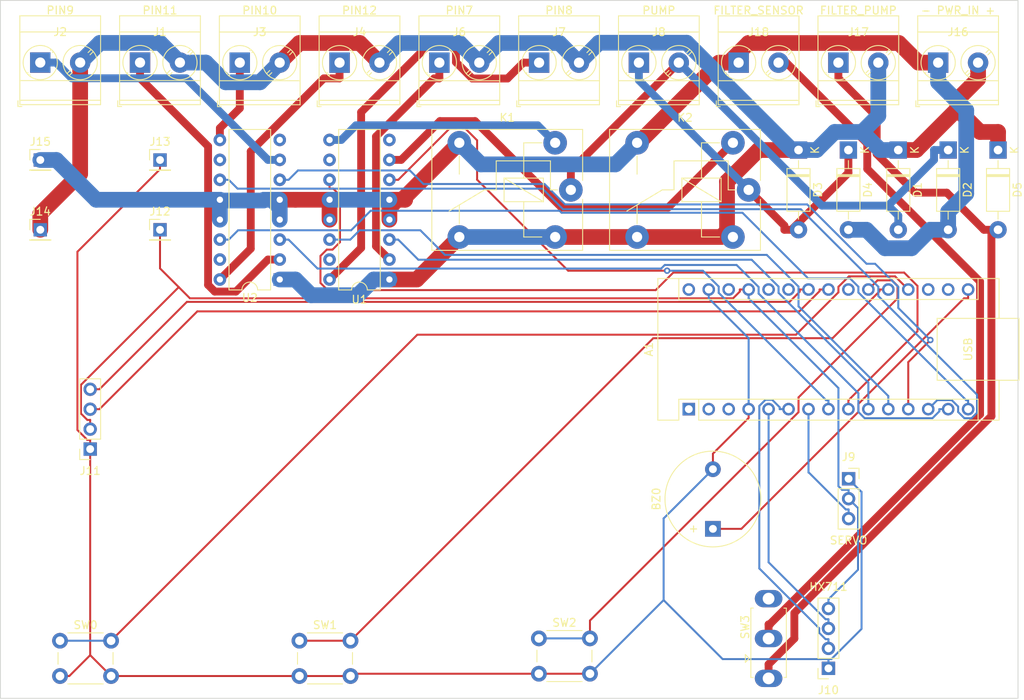
<source format=kicad_pcb>
(kicad_pcb (version 20211014) (generator pcbnew)
  (layers (0 "F.Cu" signal) (31 "B.Cu" signal) (34 "B.Paste" user) (35 "F.Paste" user) (36 "B.SilkS" user "B.Silkscreen") (37 "F.SilkS" user "F.Silkscreen") (38 "B.Mask" user) (39 "F.Mask" user) (44 "Edge.Cuts" user))
  (net 0 "")
  (net 4 "Net-(A1-Pad5)")
  (net 5 "Net-(A1-Pad6)")
  (net 6 "Net-(A1-Pad7)")
  (net 9 "Net-(A1-Pad16)")
  (net 10 "Net-(A1-Pad19)")
  (net 11 "Net-(A1-Pad20)")
  (net 13 "Net-(A1-Pad21)")
  (net 14 "Net-(A1-Pad23)")
  (net 18 "Net-(A1-Pad15)")
  (net 20 "Net-(A1-Pad24)")
  (net 21 "Net-(A1-Pad14)")
  (net 22 "Net-(A1-Pad13)")
  (net 23 "Net-(A1-Pad12)")
  (net 24 "Net-(A1-Pad11)")
  (net 25 "Net-(A1-Pad9)")
  (net 26 "Net-(A1-Pad10)")
  (net 27 "Net-(A1-Pad8)")
  (net 28 "Net-(D1-Pad2)")
  (net 29 "Net-(J1-Pad1)")
  (net 30 "GND")
  (net 31 "Net-(J6-Pad1)")
  (net 32 "Net-(D3-Pad2)")
  (net 33 "Net-(J2-Pad1)")
  (net 34 "Net-(J4-Pad1)")
  (net 35 "Net-(J7-Pad1)")
  (net 36 "Net-(K1-PadA1)")
  (net 37 "Net-(J3-Pad1)")
  (net 38 "+5V")
  (net 39 "GNDPWR")
  (net 40 "Net-(K2-PadA1)")
  (net 41 "Net-(D5-Pad2)")
  (net 42 "Net-(J18-Pad2)")
  (net 44 "+12V")
  (footprint "TerminalBlock_Phoenix:TerminalBlock_Phoenix_MKDS-3-2-5.08_1x02_P5.08mm_Horizontal" (layer "F.Cu") (at 161.285 44.76)
    (fp_text reference "J16")
    (fp_text value "- PWR_IN +")
  )
  (footprint "Connector_PinSocket_2.54mm:PinSocket_1x04_P2.54mm_Vertical" (layer "F.Cu") (at 147.32 121.92 180)
    (fp_text reference "J10")
    (fp_text value "HX711")
  )
  (footprint "TerminalBlock_Phoenix:TerminalBlock_Phoenix_MKDS-3-2-5.08_1x02_P5.08mm_Horizontal" (layer "F.Cu") (at 59.685 44.75)
    (fp_text reference "J1")
    (fp_text value "PIN11")
  )
  (footprint "TerminalBlock_Phoenix:TerminalBlock_Phoenix_MKDS-3-2-5.08_1x02_P5.08mm_Horizontal" (layer "F.Cu") (at 85.085 44.76)
    (fp_text reference "J4")
    (fp_text value "PIN12")
  )
  (footprint "TerminalBlock_Phoenix:TerminalBlock_Phoenix_MKDS-3-2-5.08_1x02_P5.08mm_Horizontal" (layer "F.Cu") (at 46.985 44.75)
    (fp_text reference "J2")
    (fp_text value "PIN9")
  )
  (footprint "Button_Switch_THT:SW_Slide_1P2T_CK_OS102011MS2Q" (layer "F.Cu") (at 139.7 120.66 90)
    (fp_text reference "SW3")
    (fp_text value "SW_SPDT")
  )
  (footprint "Diode_THT:D_DO-41_SOD81_P10.16mm_Horizontal" (layer "F.Cu") (at 168.91 55.89 -90)
    (fp_text reference "D5")
    (fp_text value "1N4004")
  )
  (footprint "Diode_THT:D_DO-41_SOD81_P10.16mm_Horizontal" (layer "F.Cu") (at 149.86 55.89 -90)
    (fp_text reference "D4")
    (fp_text value "1N4004")
  )
  (footprint "TerminalBlock_Phoenix:TerminalBlock_Phoenix_MKDS-3-2-5.08_1x02_P5.08mm_Horizontal" (layer "F.Cu") (at 97.79 44.76)
    (fp_text reference "J6")
    (fp_text value "PIN7")
  )
  (footprint "Relay_THT:Relay_SPDT_Finder_36.11" (layer "F.Cu") (at 114.53 60.97 180)
    (fp_text reference "K1")
    (fp_text value "FINDER-36.11")
  )
  (footprint "Connector_PinSocket_2.54mm:PinSocket_1x03_P2.54mm_Vertical" (layer "F.Cu") (at 149.885 97.76755)
    (fp_text reference "J9")
    (fp_text value "SERVO")
  )
  (footprint "Connector_PinHeader_2.54mm:PinHeader_1x01_P2.54mm_Vertical" (layer "F.Cu") (at 46.99 66.05)
    (fp_text reference "J14")
    (fp_text value "IN+")
  )
  (footprint "Buzzer_Beeper:Buzzer_12x9.5RM7.6" (layer "F.Cu") (at 132.6128 104.15 90)
    (fp_text reference "BZ0")
    (fp_text value "Buzzer")
  )
  (footprint "Diode_THT:D_DO-41_SOD81_P10.16mm_Horizontal" (layer "F.Cu") (at 143.51 55.89 -90)
    (fp_text reference "D3")
    (fp_text value "1N4004")
  )
  (footprint "Package_DIP:DIP-16_W7.62mm" (layer "F.Cu") (at 77.47 72.385 180)
    (fp_text reference "U2")
    (fp_text value "TD62064APG")
  )
  (footprint "Button_Switch_THT:SW_PUSH_6mm" (layer "F.Cu") (at 49.5 118.4)
    (fp_text reference "SW0")
    (fp_text value "PIN_A0")
  )
  (footprint "Diode_THT:D_DO-41_SOD81_P10.16mm_Horizontal" (layer "F.Cu") (at 162.56 55.89 -90)
    (fp_text reference "D2")
    (fp_text value "1N4004")
  )
  (footprint "Connector_PinHeader_2.54mm:PinHeader_1x01_P2.54mm_Vertical" (layer "F.Cu") (at 46.99 57.16)
    (fp_text reference "J15")
    (fp_text value "IN-")
  )
  (footprint "Relay_THT:Relay_SPDT_Finder_36.11" (layer "F.Cu") (at 137.16 60.97 180)
    (fp_text reference "K2")
    (fp_text value "FINDER-36.11")
  )
  (footprint "TerminalBlock_Phoenix:TerminalBlock_Phoenix_MKDS-3-2-5.08_1x02_P5.08mm_Horizontal" (layer "F.Cu") (at 135.885 44.76)
    (fp_text reference "J18")
    (fp_text value "FILTER_SENSOR")
  )
  (footprint "Diode_THT:D_DO-41_SOD81_P10.16mm_Horizontal" (layer "F.Cu") (at 156.21 55.89 -90)
    (fp_text reference "D1")
    (fp_text value "1N4004")
  )
  (footprint "TerminalBlock_Phoenix:TerminalBlock_Phoenix_MKDS-3-2-5.08_1x02_P5.08mm_Horizontal" (layer "F.Cu") (at 110.485 44.76)
    (fp_text reference "J7")
    (fp_text value "PIN8")
  )
  (footprint "Connector_PinHeader_2.54mm:PinHeader_1x01_P2.54mm_Vertical" (layer "F.Cu") (at 62.23 57.16)
    (fp_text reference "J13")
    (fp_text value "OUT-")
  )
  (footprint "Button_Switch_THT:SW_PUSH_6mm" (layer "F.Cu") (at 110.46 118.105)
    (fp_text reference "SW2")
    (fp_text value "PIN_A2")
  )
  (footprint "Connector_PinHeader_2.54mm:PinHeader_1x01_P2.54mm_Vertical" (layer "F.Cu") (at 62.23 66.05)
    (fp_text reference "J12")
    (fp_text value "OUT+")
  )
  (footprint "Connector_PinSocket_2.54mm:PinSocket_1x04_P2.54mm_Vertical" (layer "F.Cu") (at 53.34 93.99 180)
    (fp_text reference "J11")
    (fp_text value "LCD")
  )
  (footprint "Package_DIP:DIP-16_W7.62mm" (layer "F.Cu") (at 91.43 72.385 180)
    (fp_text reference "U1")
    (fp_text value "TD62064APG")
  )
  (footprint "TerminalBlock_Phoenix:TerminalBlock_Phoenix_MKDS-3-2-5.08_1x02_P5.08mm_Horizontal" (layer "F.Cu") (at 123.19 44.76)
    (fp_text reference "J8")
    (fp_text value "PUMP")
  )
  (footprint "TerminalBlock_Phoenix:TerminalBlock_Phoenix_MKDS-3-2-5.08_1x02_P5.08mm_Horizontal" (layer "F.Cu") (at 72.385 44.76)
    (fp_text reference "J3")
    (fp_text value "PIN10")
  )
  (footprint "Module:Arduino_Nano" (layer "F.Cu") (at 129.54 88.9 90)
    (fp_text reference "A1")
    (fp_text value "Arduino_Nano_v3.x")
  )
  (footprint "Button_Switch_THT:SW_PUSH_6mm" (layer "F.Cu") (at 79.98 118.4)
    (fp_text reference "SW1")
    (fp_text value "PIN_A1")
  )
  (footprint "TerminalBlock_Phoenix:TerminalBlock_Phoenix_MKDS-3-2-5.08_1x02_P5.08mm_Horizontal" (layer "F.Cu") (at 148.585 44.76)
    (fp_text reference "J17")
    (fp_text value "FILTER_PUMP")
  )
  (gr_rect (start 41.91 36.83) (end 171.45 125.74) (layer "Edge.Cuts") (width 0.1) (fill none))
  (segment (start 147.32 116.84) (end 147.32 115.6649) (width 0.25) (layer "B.Cu") (net 4))
  (segment (start 146.9547 115.6649) (end 147.32 115.6649) (width 0.25) (layer "B.Cu") (net 4))
  (segment (start 139.7 88.9) (end 139.7 108.4102) (width 0.25) (layer "B.Cu") (net 4))
  (segment (start 139.7 108.4102) (end 146.9547 115.6649) (width 0.25) (layer "B.Cu") (net 4))
  (segment (start 140.1505 87.7025) (end 141.1149 88.6669) (width 0.25) (layer "B.Cu") (net 5))
  (segment (start 142.24 88.9) (end 141.1149 88.9) (width 0.25) (layer "B.Cu") (net 5))
  (segment (start 146.1449 116.8195) (end 138.5186 109.1932) (width 0.25) (layer "B.Cu") (net 5))
  (segment (start 141.1149 88.6669) (end 141.1149 88.9) (width 0.25) (layer "B.Cu") (net 5))
  (segment (start 147.32 118.2049) (end 146.9527 118.2049) (width 0.25) (layer "B.Cu") (net 5))
  (segment (start 147.32 119.38) (end 147.32 118.2049) (width 0.25) (layer "B.Cu") (net 5))
  (segment (start 146.9527 118.2049) (end 146.1449 117.3971) (width 0.25) (layer "B.Cu") (net 5))
  (segment (start 138.5186 88.4897) (end 139.3058 87.7025) (width 0.25) (layer "B.Cu") (net 5))
  (segment (start 138.5186 109.1932) (end 138.5186 88.4897) (width 0.25) (layer "B.Cu") (net 5))
  (segment (start 139.3058 87.7025) (end 140.1505 87.7025) (width 0.25) (layer "B.Cu") (net 5))
  (segment (start 146.1449 117.3971) (end 146.1449 116.8195) (width 0.25) (layer "B.Cu") (net 5))
  (segment (start 144.78 96.9802) (end 144.78 88.9) (width 0.25) (layer "B.Cu") (net 6))
  (segment (start 149.5197 101.67245) (end 144.78 96.93275) (width 0.25) (layer "B.Cu") (net 6))
  (segment (start 149.885 101.67245) (end 149.5197 101.67245) (width 0.25) (layer "B.Cu") (net 6))
  (segment (start 149.885 102.84755) (end 149.885 101.67245) (width 0.25) (layer "B.Cu") (net 6))
  (segment (start 165.1 73.66) (end 165.1 74.7851) (width 0.25) (layer "F.Cu") (net 9))
  (segment (start 164.5767 74.7851) (end 151.13 88.2318) (width 0.25) (layer "F.Cu") (net 9))
  (segment (start 151.13 88.2318) (end 151.13 89.2491) (width 0.25) (layer "F.Cu") (net 9))
  (segment (start 136.2291 104.15) (end 132.6128 104.15) (width 0.25) (layer "F.Cu") (net 9))
  (segment (start 151.13 89.2491) (end 136.2291 104.15) (width 0.25) (layer "F.Cu") (net 9))
  (segment (start 165.1 74.7851) (end 164.5767 74.7851) (width 0.25) (layer "F.Cu") (net 9))
  (segment (start 149.9177 71.987) (end 155.807 71.987) (width 0.25) (layer "F.Cu") (net 10))
  (segment (start 155.807 71.987) (end 157.48 73.66) (width 0.25) (layer "F.Cu") (net 10))
  (segment (start 148.59 74.0162) (end 148.59 73.3147) (width 0.25) (layer "F.Cu") (net 10))
  (segment (start 143.1912 79.415) (end 148.59 74.0162) (width 0.25) (layer "F.Cu") (net 10))
  (segment (start 94.985 79.415) (end 143.1912 79.415) (width 0.25) (layer "F.Cu") (net 10))
  (segment (start 56 118.4) (end 94.985 79.415) (width 0.25) (layer "F.Cu") (net 10))
  (segment (start 148.59 73.3147) (end 149.9177 71.987) (width 0.25) (layer "F.Cu") (net 10))
  (segment (start 56 118.4) (end 49.5 118.4) (width 0.25) (layer "B.Cu") (net 10))
  (segment (start 125.0148 79.8652) (end 147.8428 79.8652) (width 0.25) (layer "F.Cu") (net 11))
  (segment (start 153.8149 73.8931) (end 153.8149 73.66) (width 0.25) (layer "F.Cu") (net 11))
  (segment (start 86.48 118.4) (end 79.98 118.4) (width 0.25) (layer "F.Cu") (net 11))
  (segment (start 154.94 73.66) (end 153.8149 73.66) (width 0.25) (layer "F.Cu") (net 11))
  (segment (start 86.48 118.4) (end 125.0148 79.8652) (width 0.25) (layer "F.Cu") (net 11))
  (segment (start 147.8428 79.8652) (end 153.8149 73.8931) (width 0.25) (layer "F.Cu") (net 11))
  (segment (start 156.1117 74.8003) (end 143.51 87.402) (width 0.25) (layer "F.Cu") (net 13))
  (segment (start 153.5641 72.4959) (end 155.4235 72.4959) (width 0.25) (layer "F.Cu") (net 13))
  (segment (start 155.4235 72.4959) (end 156.1117 73.1841) (width 0.25) (layer "F.Cu") (net 13))
  (segment (start 156.1117 73.1841) (end 156.1117 74.8003) (width 0.25) (layer "F.Cu") (net 13))
  (segment (start 143.51 87.402) (end 143.51 89.2815) (width 0.25) (layer "F.Cu") (net 13))
  (segment (start 116.96 115.8315) (end 116.96 118.105) (width 0.25) (layer "F.Cu") (net 13))
  (segment (start 152.4 73.66) (end 153.5641 72.4959) (width 0.25) (layer "F.Cu") (net 13))
  (segment (start 143.51 89.2815) (end 116.96 115.8315) (width 0.25) (layer "F.Cu") (net 13))
  (segment (start 110.46 118.105) (end 116.96 118.105) (width 0.25) (layer "B.Cu") (net 13))
  (segment (start 143.6122 76.4472) (end 66.9779 76.4472) (width 0.25) (layer "F.Cu") (net 14))
  (segment (start 53.34 88.91) (end 54.5151 88.91) (width 0.25) (layer "F.Cu") (net 14))
  (segment (start 147.32 73.66) (end 146.1949 73.66) (width 0.25) (layer "F.Cu") (net 14))
  (segment (start 66.9779 76.4472) (end 54.5151 88.91) (width 0.25) (layer "F.Cu") (net 14))
  (segment (start 146.1949 73.66) (end 146.1949 73.8645) (width 0.25) (layer "F.Cu") (net 14))
  (segment (start 146.1949 73.8645) (end 143.6122 76.4472) (width 0.25) (layer "F.Cu") (net 14))
  (segment (start 151.13 73.303) (end 151.13 74.0381) (width 0.25) (layer "B.Cu") (net 18))
  (segment (start 151.13 74.0381) (end 164.8668 87.7749) (width 0.25) (layer "B.Cu") (net 18))
  (segment (start 69.85 67.305) (end 70.9751 67.305) (width 0.25) (layer "B.Cu") (net 18))
  (segment (start 164.8668 87.7749) (end 165.1 87.7749) (width 0.25) (layer "B.Cu") (net 18))
  (segment (start 113.3435 63.8808) (end 136.3726 63.8808) (width 0.25) (layer "B.Cu") (net 18))
  (segment (start 144.733 72.2412) (end 150.0682 72.2412) (width 0.25) (layer "B.Cu") (net 18))
  (segment (start 86.5576 66.1144) (end 89.0452 63.6268) (width 0.25) (layer "B.Cu") (net 18))
  (segment (start 72.1657 66.1144) (end 86.5576 66.1144) (width 0.25) (layer "B.Cu") (net 18))
  (segment (start 150.0682 72.2412) (end 151.13 73.303) (width 0.25) (layer "B.Cu") (net 18))
  (segment (start 70.9751 67.305) (end 72.1657 66.1144) (width 0.25) (layer "B.Cu") (net 18))
  (segment (start 113.0895 63.6268) (end 113.3435 63.8808) (width 0.25) (layer "B.Cu") (net 18))
  (segment (start 136.3726 63.8808) (end 144.733 72.2412) (width 0.25) (layer "B.Cu") (net 18))
  (segment (start 89.0452 63.6268) (end 113.0895 63.6268) (width 0.25) (layer "B.Cu") (net 18))
  (segment (start 165.1 88.9) (end 165.1 87.7749) (width 0.25) (layer "B.Cu") (net 18))
  (segment (start 144.78 73.66) (end 143.6549 73.66) (width 0.25) (layer "F.Cu") (net 20))
  (segment (start 142.3611 75.2352) (end 143.6549 73.9414) (width 0.25) (layer "F.Cu") (net 20))
  (segment (start 54.5151 86.37) (end 65.6499 75.2352) (width 0.25) (layer "F.Cu") (net 20))
  (segment (start 143.6549 73.9414) (end 143.6549 73.66) (width 0.25) (layer "F.Cu") (net 20))
  (segment (start 65.6499 75.2352) (end 142.3611 75.2352) (width 0.25) (layer "F.Cu") (net 20))
  (segment (start 53.34 86.37) (end 54.5151 86.37) (width 0.25) (layer "F.Cu") (net 20))
  (segment (start 126.4815 70.538) (end 126.028 70.9915) (width 0.25) (layer "B.Cu") (net 21))
  (segment (start 77.47 67.305) (end 78.5951 67.305) (width 0.25) (layer "B.Cu") (net 21))
  (segment (start 160.5591 90.0571) (end 151.9272 90.0571) (width 0.25) (layer "B.Cu") (net 21))
  (segment (start 161.4349 89.1813) (end 160.5591 90.0571) (width 0.25) (layer "B.Cu") (net 21))
  (segment (start 151.13 86.8766) (end 138.43 74.1766) (width 0.25) (layer "B.Cu") (net 21))
  (segment (start 151.13 89.2599) (end 151.13 86.8766) (width 0.25) (layer "B.Cu") (net 21))
  (segment (start 126.028 70.9915) (end 82.2816 70.9915) (width 0.25) (layer "B.Cu") (net 21))
  (segment (start 138.43 73.3361) (end 135.6319 70.538) (width 0.25) (layer "B.Cu") (net 21))
  (segment (start 151.9272 90.0571) (end 151.13 89.2599) (width 0.25) (layer "B.Cu") (net 21))
  (segment (start 82.2816 70.9915) (end 78.5951 67.305) (width 0.25) (layer "B.Cu") (net 21))
  (segment (start 162.56 88.9) (end 161.4349 88.9) (width 0.25) (layer "B.Cu") (net 21))
  (segment (start 138.43 74.1766) (end 138.43 73.3361) (width 0.25) (layer "B.Cu") (net 21))
  (segment (start 161.4349 88.9) (end 161.4349 89.1813) (width 0.25) (layer "B.Cu") (net 21))
  (segment (start 135.6319 70.538) (end 126.4815 70.538) (width 0.25) (layer "B.Cu") (net 21))
  (segment (start 163.83 88.5618) (end 163.0201 87.7519) (width 0.25) (layer "B.Cu") (net 22))
  (segment (start 163.0201 87.7519) (end 161.1681 87.7519) (width 0.25) (layer "B.Cu") (net 22))
  (segment (start 72.1002 60.8101) (end 110.9094 60.8101) (width 0.25) (layer "B.Cu") (net 22))
  (segment (start 153.67 74.4959) (end 166.2322 87.0581) (width 0.25) (layer "B.Cu") (net 22))
  (segment (start 166.2322 87.0581) (end 166.2322 89.3592) (width 0.25) (layer "B.Cu") (net 22))
  (segment (start 69.85 59.685) (end 70.9751 59.685) (width 0.25) (layer "B.Cu") (net 22))
  (segment (start 113.5299 63.4306) (end 143.7968 63.4306) (width 0.25) (layer "B.Cu") (net 22))
  (segment (start 70.9751 59.685) (end 72.1002 60.8101) (width 0.25) (layer "B.Cu") (net 22))
  (segment (start 143.7968 63.4306) (end 153.67 73.3038) (width 0.25) (layer "B.Cu") (net 22))
  (segment (start 165.5345 90.0569) (end 164.621 90.0569) (width 0.25) (layer "B.Cu") (net 22))
  (segment (start 166.2322 89.3592) (end 165.5345 90.0569) (width 0.25) (layer "B.Cu") (net 22))
  (segment (start 161.1681 87.7519) (end 160.02 88.9) (width 0.25) (layer "B.Cu") (net 22))
  (segment (start 164.621 90.0569) (end 163.83 89.2659) (width 0.25) (layer "B.Cu") (net 22))
  (segment (start 110.9094 60.8101) (end 113.5299 63.4306) (width 0.25) (layer "B.Cu") (net 22))
  (segment (start 163.83 89.2659) (end 163.83 88.5618) (width 0.25) (layer "B.Cu") (net 22))
  (segment (start 153.67 73.3038) (end 153.67 74.4959) (width 0.25) (layer "B.Cu") (net 22))
  (segment (start 157.48 82.9072) (end 160.2933 80.0939) (width 0.25) (layer "F.Cu") (net 23))
  (segment (start 157.48 88.9) (end 157.48 82.9072) (width 0.25) (layer "F.Cu") (net 23))
  (via (at 160.2933 80.0939) (size 0.8) (drill 0.4) (layers "F.Cu" "B.Cu") (net 23))
  (segment (start 152.1711 70.3775) (end 144.6152 62.8216) (width 0.25) (layer "B.Cu") (net 23))
  (segment (start 95.7584 60.223) (end 94.0298 58.4944) (width 0.25) (layer "B.Cu") (net 23))
  (segment (start 156.21 73.3348) (end 153.2527 70.3775) (width 0.25) (layer "B.Cu") (net 23))
  (segment (start 77.47 59.685) (end 78.5951 59.685) (width 0.25) (layer "B.Cu") (net 23))
  (segment (start 113.7827 62.8216) (end 111.1841 60.223) (width 0.25) (layer "B.Cu") (net 23))
  (segment (start 144.6152 62.8216) (end 113.7827 62.8216) (width 0.25) (layer "B.Cu") (net 23))
  (segment (start 111.1841 60.223) (end 95.7584 60.223) (width 0.25) (layer "B.Cu") (net 23))
  (segment (start 160.2933 80.0939) (end 156.21 76.0106) (width 0.25) (layer "B.Cu") (net 23))
  (segment (start 156.21 76.0106) (end 156.21 73.3348) (width 0.25) (layer "B.Cu") (net 23))
  (segment (start 79.7857 58.4944) (end 78.5951 59.685) (width 0.25) (layer "B.Cu") (net 23))
  (segment (start 94.0298 58.4944) (end 79.7857 58.4944) (width 0.25) (layer "B.Cu") (net 23))
  (segment (start 153.2527 70.3775) (end 152.1711 70.3775) (width 0.25) (layer "B.Cu") (net 23))
  (segment (start 143.51 73.2914) (end 143.51 75.8044) (width 0.25) (layer "B.Cu") (net 24))
  (segment (start 83.81 67.305) (end 84.9351 67.305) (width 0.25) (layer "B.Cu") (net 24))
  (segment (start 98.5048 69.2509) (end 139.4695 69.2509) (width 0.25) (layer "B.Cu") (net 24))
  (segment (start 86.4532 67.305) (end 87.6438 66.1144) (width 0.25) (layer "B.Cu") (net 24))
  (segment (start 154.94 87.2344) (end 154.94 88.9) (width 0.25) (layer "B.Cu") (net 24))
  (segment (start 139.4695 69.2509) (end 143.51 73.2914) (width 0.25) (layer "B.Cu") (net 24))
  (segment (start 84.9351 67.305) (end 86.4532 67.305) (width 0.25) (layer "B.Cu") (net 24))
  (segment (start 95.3683 66.1144) (end 98.5048 69.2509) (width 0.25) (layer "B.Cu") (net 24))
  (segment (start 143.51 75.8044) (end 154.94 87.2344) (width 0.25) (layer "B.Cu") (net 24))
  (segment (start 87.6438 66.1144) (end 95.3683 66.1144) (width 0.25) (layer "B.Cu") (net 24))
  (segment (start 83.4589 68.575) (end 84.1924 68.575) (width 0.25) (layer "F.Cu") (net 25))
  (segment (start 84.2763 60.8101) (end 83.81 60.8101) (width 0.25) (layer "F.Cu") (net 25))
  (segment (start 83.81 59.685) (end 83.81 60.8101) (width 0.25) (layer "F.Cu") (net 25))
  (segment (start 149.86 88.9) (end 149.86 87.7749) (width 0.25) (layer "F.Cu") (net 25))
  (segment (start 82.6537 69.3802) (end 83.4589 68.575) (width 0.25) (layer "F.Cu") (net 25))
  (segment (start 85.1426 61.6764) (end 84.2763 60.8101) (width 0.25) (layer "F.Cu") (net 25))
  (segment (start 125.3328 73.7374) (end 83.5664 73.7374) (width 0.25) (layer "F.Cu") (net 25))
  (segment (start 158.6549 73.2047) (end 156.9529 71.5027) (width 0.25) (layer "F.Cu") (net 25))
  (segment (start 82.6537 72.8247) (end 82.6537 69.3802) (width 0.25) (layer "F.Cu") (net 25))
  (segment (start 149.86 87.7749) (end 158.6549 78.98) (width 0.25) (layer "F.Cu") (net 25))
  (segment (start 127.5675 71.5027) (end 125.3328 73.7374) (width 0.25) (layer "F.Cu") (net 25))
  (segment (start 158.6549 78.98) (end 158.6549 73.2047) (width 0.25) (layer "F.Cu") (net 25))
  (segment (start 85.1426 67.6248) (end 85.1426 61.6764) (width 0.25) (layer "F.Cu") (net 25))
  (segment (start 83.5664 73.7374) (end 82.6537 72.8247) (width 0.25) (layer "F.Cu") (net 25))
  (segment (start 84.1924 68.575) (end 85.1426 67.6248) (width 0.25) (layer "F.Cu") (net 25))
  (segment (start 156.9529 71.5027) (end 127.5675 71.5027) (width 0.25) (layer "F.Cu") (net 25))
  (segment (start 95.113 69.8629) (end 92.5551 67.305) (width 0.25) (layer "B.Cu") (net 26))
  (segment (start 152.4 85.5162) (end 140.97 74.0862) (width 0.25) (layer "B.Cu") (net 26))
  (segment (start 140.97 74.0862) (end 140.97 73.2913) (width 0.25) (layer "B.Cu") (net 26))
  (segment (start 152.4 88.9) (end 152.4 85.5162) (width 0.25) (layer "B.Cu") (net 26))
  (segment (start 137.5416 69.8629) (end 95.113 69.8629) (width 0.25) (layer "B.Cu") (net 26))
  (segment (start 91.43 67.305) (end 92.5551 67.305) (width 0.25) (layer "B.Cu") (net 26))
  (segment (start 140.97 73.2913) (end 137.5416 69.8629) (width 0.25) (layer "B.Cu") (net 26))
  (segment (start 91.43 59.685) (end 92.5551 59.685) (width 0.25) (layer "F.Cu") (net 27))
  (segment (start 102.5951 59.6725) (end 102.5951 54.6537) (width 0.25) (layer "F.Cu") (net 27))
  (segment (start 126.7817 71.2631) (end 114.1857 71.2631) (width 0.25) (layer "F.Cu") (net 27))
  (segment (start 99.176 53.0641) (end 92.5551 59.685) (width 0.25) (layer "F.Cu") (net 27))
  (segment (start 102.5951 54.6537) (end 101.0055 53.0641) (width 0.25) (layer "F.Cu") (net 27))
  (segment (start 114.1857 71.2631) (end 102.5951 59.6725) (width 0.25) (layer "F.Cu") (net 27))
  (segment (start 101.0055 53.0641) (end 99.176 53.0641) (width 0.25) (layer "F.Cu") (net 27))
  (via (at 126.7817 71.2631) (size 0.8) (drill 0.4) (layers "F.Cu" "B.Cu") (net 27))
  (segment (start 147.0387 87.7749) (end 133.35 74.0862) (width 0.25) (layer "B.Cu") (net 27))
  (segment (start 133.35 74.0862) (end 133.35 73.2833) (width 0.25) (layer "B.Cu") (net 27))
  (segment (start 133.35 73.2833) (end 131.3298 71.2631) (width 0.25) (layer "B.Cu") (net 27))
  (segment (start 147.32 87.7749) (end 147.0387 87.7749) (width 0.25) (layer "B.Cu") (net 27))
  (segment (start 147.32 88.9) (end 147.32 87.7749) (width 0.25) (layer "B.Cu") (net 27))
  (segment (start 131.3298 71.2631) (end 126.7817 71.2631) (width 0.25) (layer "B.Cu") (net 27))
  (segment (start 114.53 58.5) (end 114.53 60.97) (width 1) (layer "F.Cu") (net 28))
  (segment (start 128.27 44.76) (end 114.53 58.5) (width 1) (layer "F.Cu") (net 28))
  (segment (start 128.27 44.76) (end 146.4828 62.9728) (width 1) (layer "B.Cu") (net 28))
  (segment (start 154.9328 62.9728) (end 154.9329 62.9727) (width 1) (layer "B.Cu") (net 28))
  (segment (start 154.9329 62.9727) (end 160.7599 57.1457) (width 1) (layer "B.Cu") (net 28))
  (segment (start 156.21 66.05) (end 156.21 64.2499) (width 1) (layer "B.Cu") (net 28))
  (segment (start 162.56 55.89) (end 160.7599 55.89) (width 1) (layer "B.Cu") (net 28))
  (segment (start 160.7599 57.1457) (end 160.7599 55.89) (width 1) (layer "B.Cu") (net 28))
  (segment (start 154.9329 62.9727) (end 156.21 64.2499) (width 1) (layer "B.Cu") (net 28))
  (segment (start 146.4828 62.9728) (end 154.9328 62.9728) (width 1) (layer "B.Cu") (net 28))
  (segment (start 68.3498 55.4149) (end 59.685 46.7501) (width 1) (layer "F.Cu") (net 29))
  (segment (start 69.1979 73.9225) (end 68.3498 73.0744) (width 1) (layer "F.Cu") (net 29))
  (segment (start 68.3498 73.0744) (end 68.3498 55.4149) (width 1) (layer "F.Cu") (net 29))
  (segment (start 59.685 44.75) (end 59.685 46.7501) (width 1) (layer "F.Cu") (net 29))
  (segment (start 71.8924 73.9225) (end 69.1979 73.9225) (width 1) (layer "F.Cu") (net 29))
  (segment (start 77.47 69.845) (end 75.9699 69.845) (width 1) (layer "F.Cu") (net 29))
  (segment (start 75.9699 69.845) (end 71.8924 73.9225) (width 1) (layer "F.Cu") (net 29))
  (segment (start 51.7148 91.557) (end 52.9727 92.8149) (width 0.25) (layer "F.Cu") (net 30))
  (segment (start 132.6128 96.55) (end 132.6128 94.5723) (width 0.25) (layer "F.Cu") (net 30))
  (segment (start 110.46 122.605) (end 86.775 122.605) (width 0.25) (layer "F.Cu") (net 30))
  (segment (start 49.5 122.9) (end 50.68 122.9) (width 0.25) (layer "F.Cu") (net 30))
  (segment (start 53.34 120.24) (end 56 122.9) (width 0.25) (layer "F.Cu") (net 30))
  (segment (start 53.34 93.99) (end 53.34 92.8149) (width 0.25) (layer "F.Cu") (net 30))
  (segment (start 86.48 122.9) (end 79.98 122.9) (width 0.25) (layer "F.Cu") (net 30))
  (segment (start 50.68 122.9) (end 53.34 120.24) (width 0.25) (layer "F.Cu") (net 30))
  (segment (start 79.98 122.9) (end 56 122.9) (width 0.25) (layer "F.Cu") (net 30))
  (segment (start 137.16 88.9) (end 137.16 90.0251) (width 0.25) (layer "F.Cu") (net 30))
  (segment (start 116.96 122.605) (end 110.46 122.605) (width 0.25) (layer "F.Cu") (net 30))
  (segment (start 62.23 58.3351) (end 51.7148 68.8503) (width 0.25) (layer "F.Cu") (net 30))
  (segment (start 52.9727 92.8149) (end 53.34 92.8149) (width 0.25) (layer "F.Cu") (net 30))
  (segment (start 53.34 93.99) (end 53.34 120.24) (width 0.25) (layer "F.Cu") (net 30))
  (segment (start 132.6128 94.5723) (end 137.16 90.0251) (width 0.25) (layer "F.Cu") (net 30))
  (segment (start 62.23 57.16) (end 62.23 58.3351) (width 0.25) (layer "F.Cu") (net 30))
  (segment (start 51.7148 68.8503) (end 51.7148 91.557) (width 0.25) (layer "F.Cu") (net 30))
  (segment (start 86.775 122.605) (end 86.48 122.9) (width 0.25) (layer "F.Cu") (net 30))
  (segment (start 137.16 79.8651) (end 137.16 88.9) (width 0.25) (layer "B.Cu") (net 30))
  (segment (start 132.08 74.7851) (end 137.16 79.8651) (width 0.25) (layer "B.Cu") (net 30))
  (segment (start 126.338 102.8248) (end 132.6128 96.55) (width 0.25) (layer "B.Cu") (net 30))
  (segment (start 151.5339 99.4639) (end 149.885 97.815) (width 0.25) (layer "B.Cu") (net 30))
  (segment (start 133.8559 120.7449) (end 147.32 120.7449) (width 0.25) (layer "B.Cu") (net 30))
  (segment (start 126.338 113.227) (end 126.338 102.8248) (width 0.25) (layer "B.Cu") (net 30))
  (segment (start 116.96 122.605) (end 126.338 113.227) (width 0.25) (layer "B.Cu") (net 30))
  (segment (start 151.5339 116.85075) (end 151.5339 99.41645) (width 0.25) (layer "B.Cu") (net 30))
  (segment (start 147.32 120.7449) (end 147.6872 120.7449) (width 0.25) (layer "B.Cu") (net 30))
  (segment (start 147.6872 120.7449) (end 151.5339 116.8982) (width 0.25) (layer "B.Cu") (net 30))
  (segment (start 147.32 121.92) (end 147.32 120.7449) (width 0.25) (layer "B.Cu") (net 30))
  (segment (start 126.338 113.227) (end 133.8559 120.7449) (width 0.25) (layer "B.Cu") (net 30))
  (segment (start 132.08 73.66) (end 132.08 74.7851) (width 0.25) (layer "B.Cu") (net 30))
  (segment (start 97.1337 46.7601) (end 97.79 46.7601) (width 1) (layer "F.Cu") (net 31))
  (segment (start 91.43 69.845) (end 89.7271 68.1421) (width 1) (layer "F.Cu") (net 31))
  (segment (start 89.7271 68.1421) (end 89.7271 54.1667) (width 1) (layer "F.Cu") (net 31))
  (segment (start 89.7271 54.1667) (end 97.1337 46.7601) (width 1) (layer "F.Cu") (net 31))
  (segment (start 97.79 44.76) (end 97.79 46.7601) (width 1) (layer "F.Cu") (net 31))
  (segment (start 143.51 66.05) (end 142.61 66.05) (width 1) (layer "F.Cu") (net 32))
  (segment (start 142.61 66.05) (end 149.86 58.8) (width 1) (layer "F.Cu") (net 32))
  (segment (start 141.7099 65.5199) (end 141.7099 66.05) (width 1) (layer "F.Cu") (net 32))
  (segment (start 142.61 66.05) (end 141.7099 66.05) (width 1) (layer "F.Cu") (net 32))
  (segment (start 149.86 58.8) (end 149.86 55.89) (width 1) (layer "F.Cu") (net 32))
  (segment (start 137.16 60.97) (end 141.7099 65.5199) (width 1) (layer "F.Cu") (net 32))
  (segment (start 123.19 47) (end 137.16 60.97) (width 1) (layer "B.Cu") (net 32))
  (segment (start 123.19 44.76) (end 123.19 47) (width 1) (layer "B.Cu") (net 32))
  (segment (start 77.47 57.145) (end 75.9699 57.145) (width 1) (layer "B.Cu") (net 33))
  (segment (start 75.9699 57.145) (end 65.575 46.7501) (width 1) (layer "B.Cu") (net 33))
  (segment (start 46.985 44.75) (end 48.9851 44.75) (width 1) (layer "B.Cu") (net 33))
  (segment (start 65.575 46.7501) (end 50.9852 46.7501) (width 1) (layer "B.Cu") (net 33))
  (segment (start 50.9852 46.7501) (end 48.9851 44.75) (width 1) (layer "B.Cu") (net 33))
  (segment (start 73.7801 56.0649) (end 83.0849 46.7601) (width 1) (layer "F.Cu") (net 34))
  (segment (start 83.0849 46.7601) (end 85.085 46.7601) (width 1) (layer "F.Cu") (net 34))
  (segment (start 69.85 72.385) (end 73.7801 68.4549) (width 1) (layer "F.Cu") (net 34))
  (segment (start 73.7801 68.4549) (end 73.7801 56.0649) (width 1) (layer "F.Cu") (net 34))
  (segment (start 85.085 44.76) (end 85.085 46.7601) (width 1) (layer "F.Cu") (net 34))
  (segment (start 99.3947 42.7509) (end 96.1507 42.7509) (width 1) (layer "F.Cu") (net 35))
  (segment (start 99.9056 44.7038) (end 99.9056 43.2618) (width 1) (layer "F.Cu") (net 35))
  (segment (start 99.9056 43.2618) (end 99.3947 42.7509) (width 1) (layer "F.Cu") (net 35))
  (segment (start 106.4626 46.7823) (end 101.9841 46.7823) (width 1) (layer "F.Cu") (net 35))
  (segment (start 87.8322 68.3628) (end 83.81 72.385) (width 1) (layer "F.Cu") (net 35))
  (segment (start 110.485 44.76) (end 108.4849 44.76) (width 1) (layer "F.Cu") (net 35))
  (segment (start 96.1507 42.7509) (end 87.8322 51.0694) (width 1) (layer "F.Cu") (net 35))
  (segment (start 108.4849 44.76) (end 106.4626 46.7823) (width 1) (layer "F.Cu") (net 35))
  (segment (start 101.9841 46.7823) (end 99.9056 44.7038) (width 1) (layer "F.Cu") (net 35))
  (segment (start 87.8322 51.0694) (end 87.8322 68.3628) (width 1) (layer "F.Cu") (net 35))
  (segment (start 83.81 54.605) (end 85.3101 54.605) (width 1) (layer "B.Cu") (net 36))
  (segment (start 87.1733 52.7418) (end 110.3018 52.7418) (width 1) (layer "B.Cu") (net 36))
  (segment (start 85.3101 54.605) (end 87.1733 52.7418) (width 1) (layer "B.Cu") (net 36))
  (segment (start 110.3018 52.7418) (end 112.53 54.97) (width 1) (layer "B.Cu") (net 36))
  (segment (start 72.385 44.76) (end 72.385 50.5699) (width 1) (layer "F.Cu") (net 37))
  (segment (start 72.385 50.5699) (end 69.85 53.1049) (width 1) (layer "F.Cu") (net 37))
  (segment (start 69.85 54.605) (end 69.85 53.1049) (width 1) (layer "F.Cu") (net 37))
  (segment (start 52.9747 90.2749) (end 53.34 90.2749) (width 0.25) (layer "F.Cu") (net 38))
  (segment (start 52.1649 85.8064) (end 52.1649 89.4651) (width 0.25) (layer "F.Cu") (net 38))
  (segment (start 64.6151 73.3562) (end 62.23 70.9712) (width 0.25) (layer "F.Cu") (net 38))
  (segment (start 66.0439 74.7851) (end 64.6151 73.3562) (width 0.25) (layer "F.Cu") (net 38))
  (segment (start 136.0349 73.9236) (end 135.1734 74.7851) (width 0.25) (layer "F.Cu") (net 38))
  (segment (start 137.16 73.66) (end 136.0349 73.66) (width 0.25) (layer "F.Cu") (net 38))
  (segment (start 135.1734 74.7851) (end 66.0439 74.7851) (width 0.25) (layer "F.Cu") (net 38))
  (segment (start 52.1649 89.4651) (end 52.9747 90.2749) (width 0.25) (layer "F.Cu") (net 38))
  (segment (start 53.34 91.45) (end 53.34 90.2749) (width 0.25) (layer "F.Cu") (net 38))
  (segment (start 64.6151 73.3562) (end 52.1649 85.8064) (width 0.25) (layer "F.Cu") (net 38))
  (segment (start 62.23 70.9712) (end 62.23 66.05) (width 0.25) (layer "F.Cu") (net 38))
  (segment (start 136.0349 73.66) (end 136.0349 73.9236) (width 0.25) (layer "F.Cu") (net 38))
  (segment (start 137.16 73.66) (end 137.16 74.7851) (width 0.25) (layer "B.Cu") (net 38))
  (segment (start 151.0838 101.50635) (end 151.0838 109.31365) (width 0.25) (layer "B.Cu") (net 38))
  (segment (start 149.885 100.30755) (end 151.0838 101.50635) (width 0.25) (layer "B.Cu") (net 38))
  (segment (start 148.59 98.7159) (end 149.054 99.1799) (width 0.25) (layer "B.Cu") (net 38))
  (segment (start 137.16 74.7851) (end 148.59 86.2151) (width 0.25) (layer "B.Cu") (net 38))
  (segment (start 149.885 99.7674) (end 149.885 99.1799) (width 0.25) (layer "B.Cu") (net 38))
  (segment (start 147.32 114.3) (end 147.32 113.1249) (width 0.25) (layer "B.Cu") (net 38))
  (segment (start 149.885 99.7674) (end 149.885 100.355) (width 0.25) (layer "B.Cu") (net 38))
  (segment (start 149.054 99.1799) (end 149.885 99.1799) (width 0.25) (layer "B.Cu") (net 38))
  (segment (start 151.0838 109.3611) (end 147.32 113.1249) (width 0.25) (layer "B.Cu") (net 38))
  (segment (start 148.59 86.2151) (end 148.59 98.7159) (width 0.25) (layer "B.Cu") (net 38))
  (segment (start 100.33 54.97) (end 93.4301 61.8699) (width 2) (layer "F.Cu") (net 39))
  (segment (start 135.885 44.76) (end 134.635 44.76) (width 2) (layer "F.Cu") (net 39))
  (segment (start 77.47 62.225) (end 79.4701 62.225) (width 2) (layer "F.Cu") (net 39))
  (segment (start 93.4301 61.8699) (end 93.4301 62.225) (width 2) (layer "F.Cu") (net 39))
  (segment (start 92.4301 62.225) (end 93.4301 62.225) (width 2) (layer "F.Cu") (net 39))
  (segment (start 161.285 44.76) (end 158.7849 44.76) (width 2) (layer "F.Cu") (net 39))
  (segment (start 83.81 62.225) (end 79.4701 62.225) (width 2) (layer "F.Cu") (net 39))
  (segment (start 91.8902 62.7649) (end 91.43 62.7649) (width 2) (layer "F.Cu") (net 39))
  (segment (start 137.1351 42.2599) (end 156.2848 42.2599) (width 2) (layer "F.Cu") (net 39))
  (segment (start 134.635 44.76) (end 137.1351 42.2599) (width 2) (layer "F.Cu") (net 39))
  (segment (start 91.43 62.225) (end 92.4301 62.225) (width 2) (layer "F.Cu") (net 39))
  (segment (start 83.81 64.765) (end 83.81 62.225) (width 2) (layer "F.Cu") (net 39))
  (segment (start 156.2848 42.2599) (end 158.7849 44.76) (width 2) (layer "F.Cu") (net 39))
  (segment (start 134.635 44.76) (end 133.3849 44.76) (width 2) (layer "F.Cu") (net 39))
  (segment (start 91.43 64.765) (end 91.43 62.7649) (width 2) (layer "F.Cu") (net 39))
  (segment (start 133.3849 44.76) (end 123.1749 54.97) (width 2) (layer "F.Cu") (net 39))
  (segment (start 92.4301 62.225) (end 91.8902 62.7649) (width 2) (layer "F.Cu") (net 39))
  (segment (start 123.1749 54.97) (end 122.96 54.97) (width 2) (layer "F.Cu") (net 39))
  (segment (start 77.0099 62.7649) (end 77.47 62.7649) (width 2) (layer "B.Cu") (net 39))
  (segment (start 54.1051 62.225) (end 69.85 62.225) (width 2) (layer "B.Cu") (net 39))
  (segment (start 49.0401 57.16) (end 54.1051 62.225) (width 2) (layer "B.Cu") (net 39))
  (segment (start 76.47 62.225) (end 75.4699 62.225) (width 2) (layer "B.Cu") (net 39))
  (segment (start 154.5112 68.4011) (end 152.1601 66.05) (width 2) (layer "B.Cu") (net 39))
  (segment (start 77.47 62.225) (end 76.47 62.225) (width 2) (layer "B.Cu") (net 39))
  (segment (start 69.85 62.225) (end 69.9501 62.3251) (width 2) (layer "B.Cu") (net 39))
  (segment (start 164.8602 50.8353) (end 164.8602 61.4497) (width 2) (layer "B.Cu") (net 39))
  (segment (start 162.56 66.05) (end 160.2599 66.05) (width 2) (layer "B.Cu") (net 39))
  (segment (start 161.285 44.76) (end 161.285 47.2601) (width 2) (layer "B.Cu") (net 39))
  (segment (start 103.0788 57.7188) (end 100.33 54.97) (width 2) (layer "B.Cu") (net 39))
  (segment (start 76.47 62.225) (end 77.0099 62.7649) (width 2) (layer "B.Cu") (net 39))
  (segment (start 160.2599 66.05) (end 157.9088 68.4011) (width 2) (layer "B.Cu") (net 39))
  (segment (start 162.56 64.8999) (end 162.56 63.7499) (width 2) (layer "B.Cu") (net 39))
  (segment (start 161.285 47.2601) (end 164.8602 50.8353) (width 2) (layer "B.Cu") (net 39))
  (segment (start 69.85 64.765) (end 69.85 62.7649) (width 2) (layer "B.Cu") (net 39))
  (segment (start 75.3698 62.3251) (end 75.4699 62.225) (width 2) (layer "B.Cu") (net 39))
  (segment (start 69.9501 62.6648) (end 69.85 62.7649) (width 2) (layer "B.Cu") (net 39))
  (segment (start 162.56 64.8999) (end 162.56 66.05) (width 2) (layer "B.Cu") (net 39))
  (segment (start 122.96 54.97) (end 120.2112 57.7188) (width 2) (layer "B.Cu") (net 39))
  (segment (start 83.81 62.225) (end 91.43 62.225) (width 2) (layer "B.Cu") (net 39))
  (segment (start 164.8602 61.4497) (end 162.56 63.7499) (width 2) (layer "B.Cu") (net 39))
  (segment (start 149.86 66.05) (end 152.1601 66.05) (width 2) (layer "B.Cu") (net 39))
  (segment (start 69.9501 62.3251) (end 69.9501 62.6648) (width 2) (layer "B.Cu") (net 39))
  (segment (start 77.47 64.765) (end 77.47 62.7649) (width 2) (layer "B.Cu") (net 39))
  (segment (start 69.9501 62.3251) (end 75.3698 62.3251) (width 2) (layer "B.Cu") (net 39))
  (segment (start 46.99 57.16) (end 49.0401 57.16) (width 2) (layer "B.Cu") (net 39))
  (segment (start 120.2112 57.7188) (end 103.0788 57.7188) (width 2) (layer "B.Cu") (net 39))
  (segment (start 157.9088 68.4011) (end 154.5112 68.4011) (width 2) (layer "B.Cu") (net 39))
  (segment (start 126.9089 63.2211) (end 135.16 54.97) (width 1) (layer "F.Cu") (net 40))
  (segment (start 92.9301 57.145) (end 97.8694 52.2057) (width 1) (layer "F.Cu") (net 40))
  (segment (start 97.8694 52.2057) (end 102.3285 52.2057) (width 1) (layer "F.Cu") (net 40))
  (segment (start 102.3285 52.2057) (end 113.3439 63.2211) (width 1) (layer "F.Cu") (net 40))
  (segment (start 113.3439 63.2211) (end 126.9089 63.2211) (width 1) (layer "F.Cu") (net 40))
  (segment (start 91.43 57.145) (end 92.9301 57.145) (width 1) (layer "F.Cu") (net 40))
  (segment (start 139.7 123.2) (end 139.7 121.3999) (width 1) (layer "F.Cu") (net 41))
  (segment (start 142.9798 118.1201) (end 139.7 121.3999) (width 1) (layer "F.Cu") (net 41))
  (segment (start 158.3863 61.3215) (end 162.3814 61.3215) (width 1) (layer "F.Cu") (net 41))
  (segment (start 168.0653 66.05) (end 167.1099 66.05) (width 1) (layer "F.Cu") (net 41))
  (segment (start 168.91 66.05) (end 168.0653 66.05) (width 1) (layer "F.Cu") (net 41))
  (segment (start 148.585 46.7601) (end 153.4605 51.6356) (width 1) (layer "F.Cu") (net 41))
  (segment (start 168.0653 66.05) (end 168.0653 89.8263) (width 1) (layer "F.Cu") (net 41))
  (segment (start 148.585 44.76) (end 148.585 46.7601) (width 1) (layer "F.Cu") (net 41))
  (segment (start 153.4605 56.3957) (end 158.3863 61.3215) (width 1) (layer "F.Cu") (net 41))
  (segment (start 162.3814 61.3215) (end 167.1099 66.05) (width 1) (layer "F.Cu") (net 41))
  (segment (start 142.9798 114.9118) (end 142.9798 118.1201) (width 1) (layer "F.Cu") (net 41))
  (segment (start 168.0653 89.77885) (end 142.9798 114.86435) (width 1) (layer "F.Cu") (net 41))
  (segment (start 153.4605 51.6356) (end 153.4605 56.3957) (width 1) (layer "F.Cu") (net 41))
  (segment (start 139.7 118.12) (end 139.7 116.3199) (width 1) (layer "F.Cu") (net 42))
  (segment (start 152.2603 55.0646) (end 152.2603 58.296) (width 1) (layer "F.Cu") (net 42))
  (segment (start 166.6205 72.6562) (end 166.6205 89.5738) (width 1) (layer "F.Cu") (net 42))
  (segment (start 152.2603 58.296) (end 166.6205 72.6562) (width 1) (layer "F.Cu") (net 42))
  (segment (start 141.9557 44.76) (end 152.2603 55.0646) (width 1) (layer "F.Cu") (net 42))
  (segment (start 140.965 44.76) (end 141.9557 44.76) (width 1) (layer "F.Cu") (net 42))
  (segment (start 139.8744 116.3199) (end 139.7 116.3199) (width 1) (layer "F.Cu") (net 42))
  (segment (start 166.6205 89.52635) (end 139.8744 116.27245) (width 1) (layer "F.Cu") (net 42))
  (segment (start 143.51 55.89) (end 138.4214 55.89) (width 2) (layer "F.Cu") (net 44))
  (segment (start 77.465 44.76) (end 79.9652 42.2598) (width 2) (layer "F.Cu") (net 44))
  (segment (start 94.915 72.385) (end 100.33 66.97) (width 2) (layer "F.Cu") (net 44))
  (segment (start 46.99 66.05) (end 46.99 63.9999) (width 2) (layer "F.Cu") (net 44))
  (segment (start 163.71 49.4954) (end 166.365 46.8404) (width 2) (layer "F.Cu") (net 44))
  (segment (start 166.6099 53.5899) (end 163.7101 50.69) (width 2) (layer "F.Cu") (net 44))
  (segment (start 158.5101 55.89) (end 163.7101 50.69) (width 2) (layer "F.Cu") (net 44))
  (segment (start 163.7101 50.69) (end 163.71 50.69) (width 2) (layer "F.Cu") (net 44))
  (segment (start 134.41 66.22) (end 135.16 66.97) (width 2) (layer "F.Cu") (net 44))
  (segment (start 52.065 58.9249) (end 46.99 63.9999) (width 2) (layer "F.Cu") (net 44))
  (segment (start 168.91 55.89) (end 168.91 53.5899) (width 2) (layer "F.Cu") (net 44))
  (segment (start 168.91 53.5899) (end 166.6099 53.5899) (width 2) (layer "F.Cu") (net 44))
  (segment (start 91.43 72.385) (end 94.915 72.385) (width 2) (layer "F.Cu") (net 44))
  (segment (start 138.4214 55.89) (end 134.41 59.9014) (width 2) (layer "F.Cu") (net 44))
  (segment (start 112.53 66.97) (end 122.96 66.97) (width 2) (layer "F.Cu") (net 44))
  (segment (start 122.96 66.97) (end 133.66 66.97) (width 2) (layer "F.Cu") (net 44))
  (segment (start 156.21 55.89) (end 158.5101 55.89) (width 2) (layer "F.Cu") (net 44))
  (segment (start 134.41 59.9014) (end 134.41 66.22) (width 2) (layer "F.Cu") (net 44))
  (segment (start 133.66 66.97) (end 134.41 66.22) (width 2) (layer "F.Cu") (net 44))
  (segment (start 52.065 44.75) (end 52.065 58.9249) (width 2) (layer "F.Cu") (net 44))
  (segment (start 163.71 50.69) (end 163.71 49.4954) (width 2) (layer "F.Cu") (net 44))
  (segment (start 87.6648 42.2598) (end 90.165 44.76) (width 2) (layer "F.Cu") (net 44))
  (segment (start 79.9652 42.2598) (end 87.6648 42.2598) (width 2) (layer "F.Cu") (net 44))
  (segment (start 166.365 46.8404) (end 166.365 44.76) (width 2) (layer "F.Cu") (net 44))
  (segment (start 153.665 51.5347) (end 151.6098 53.5899) (width 2) (layer "B.Cu") (net 44))
  (segment (start 151.6098 53.5899) (end 148.1102 53.5899) (width 2) (layer "B.Cu") (net 44))
  (segment (start 115.565 44.76) (end 113.0648 42.2598) (width 2) (layer "B.Cu") (net 44))
  (segment (start 92.6652 42.2598) (end 100.3698 42.2598) (width 2) (layer "B.Cu") (net 44))
  (segment (start 133.1746 46.4064) (end 142.6582 55.89) (width 2) (layer "B.Cu") (net 44))
  (segment (start 113.0648 42.2598) (end 105.3702 42.2598) (width 2) (layer "B.Cu") (net 44))
  (segment (start 77.465 44.76) (end 74.9648 47.2602) (width 2) (layer "B.Cu") (net 44))
  (segment (start 89.4299 72.385) (end 87.4298 74.3851) (width 2) (layer "B.Cu") (net 44))
  (segment (start 77.47 72.385) (end 79.4701 72.385) (width 2) (layer "B.Cu") (net 44))
  (segment (start 54.5652 42.2498) (end 62.2648 42.2498) (width 2) (layer "B.Cu") (net 44))
  (segment (start 81.4702 74.3851) (end 79.4701 72.385) (width 2) (layer "B.Cu") (net 44))
  (segment (start 143.51 55.89) (end 145.8101 55.89) (width 2) (layer "B.Cu") (net 44))
  (segment (start 142.6582 55.89) (end 143.51 55.89) (width 2) (layer "B.Cu") (net 44))
  (segment (start 112.53 66.97) (end 100.33 66.97) (width 2) (layer "B.Cu") (net 44))
  (segment (start 105.3702 42.2598) (end 102.87 44.76) (width 2) (layer "B.Cu") (net 44))
  (segment (start 90.165 44.76) (end 92.6652 42.2598) (width 2) (layer "B.Cu") (net 44))
  (segment (start 133.1746 46.1216) (end 133.1746 46.4064) (width 2) (layer "B.Cu") (net 44))
  (segment (start 156.21 55.89) (end 153.9099 55.89) (width 2) (layer "B.Cu") (net 44))
  (segment (start 70.5786 47.2602) (end 68.0684 44.75) (width 2) (layer "B.Cu") (net 44))
  (segment (start 91.43 72.385) (end 89.4299 72.385) (width 2) (layer "B.Cu") (net 44))
  (segment (start 68.0684 44.75) (end 64.765 44.75) (width 2) (layer "B.Cu") (net 44))
  (segment (start 115.565 44.76) (end 118.1016 42.2234) (width 2) (layer "B.Cu") (net 44))
  (segment (start 148.1102 53.5899) (end 145.8101 55.89) (width 2) (layer "B.Cu") (net 44))
  (segment (start 118.1016 42.2234) (end 129.2764 42.2234) (width 2) (layer "B.Cu") (net 44))
  (segment (start 153.9099 55.89) (end 151.6098 53.5899) (width 2) (layer "B.Cu") (net 44))
  (segment (start 153.665 44.76) (end 153.665 51.5347) (width 2) (layer "B.Cu") (net 44))
  (segment (start 62.2648 42.2498) (end 64.765 44.75) (width 2) (layer "B.Cu") (net 44))
  (segment (start 129.2764 42.2234) (end 133.1746 46.1216) (width 2) (layer "B.Cu") (net 44))
  (segment (start 100.3698 42.2598) (end 102.87 44.76) (width 2) (layer "B.Cu") (net 44))
  (segment (start 74.9648 47.2602) (end 70.5786 47.2602) (width 2) (layer "B.Cu") (net 44))
  (segment (start 87.4298 74.3851) (end 81.4702 74.3851) (width 2) (layer "B.Cu") (net 44))
  (segment (start 52.065 44.75) (end 54.5652 42.2498) (width 2) (layer "B.Cu") (net 44))
)
</source>
